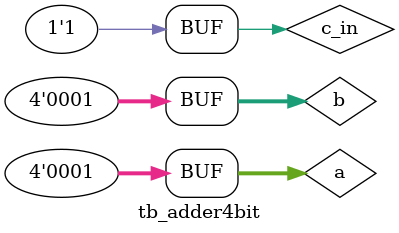
<source format=v>
module tb_adder4bit();
reg [3:0] a,b;
reg c_in;
wire [3:0] s;
wire c_out;

adder4bit dut (a,b,c_in,s,c_out);

initial 
begin
#100
a=9;b=8;c_in=1;
#100
a=2;b=7;c_in=0;
#100
a=1;b=4;c_in=0;
#100
a=1;b=1;c_in=1;
end
//display results on console

endmodule

</source>
